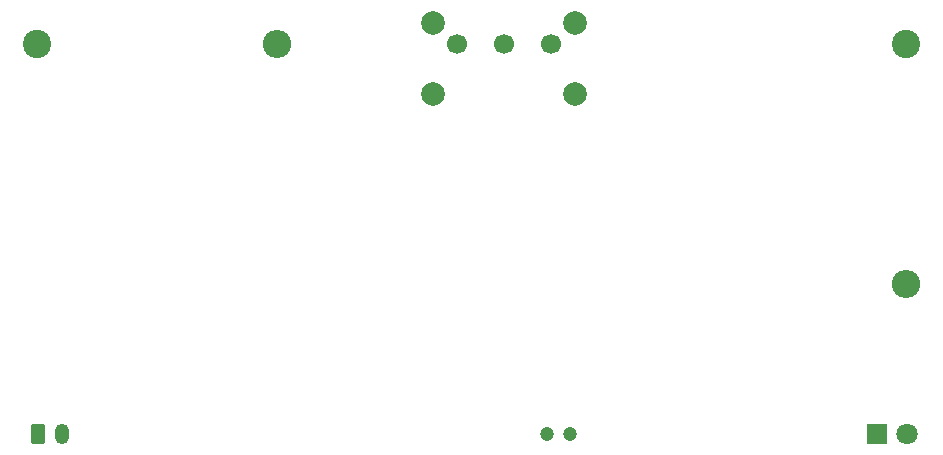
<source format=gbr>
%TF.GenerationSoftware,KiCad,Pcbnew,(6.0.10)*%
%TF.CreationDate,2023-02-17T09:23:00-08:00*%
%TF.ProjectId,PCB layout,50434220-6c61-4796-9f75-742e6b696361,rev?*%
%TF.SameCoordinates,Original*%
%TF.FileFunction,Soldermask,Top*%
%TF.FilePolarity,Negative*%
%FSLAX46Y46*%
G04 Gerber Fmt 4.6, Leading zero omitted, Abs format (unit mm)*
G04 Created by KiCad (PCBNEW (6.0.10)) date 2023-02-17 09:23:00*
%MOMM*%
%LPD*%
G01*
G04 APERTURE LIST*
G04 Aperture macros list*
%AMRoundRect*
0 Rectangle with rounded corners*
0 $1 Rounding radius*
0 $2 $3 $4 $5 $6 $7 $8 $9 X,Y pos of 4 corners*
0 Add a 4 corners polygon primitive as box body*
4,1,4,$2,$3,$4,$5,$6,$7,$8,$9,$2,$3,0*
0 Add four circle primitives for the rounded corners*
1,1,$1+$1,$2,$3*
1,1,$1+$1,$4,$5*
1,1,$1+$1,$6,$7*
1,1,$1+$1,$8,$9*
0 Add four rect primitives between the rounded corners*
20,1,$1+$1,$2,$3,$4,$5,0*
20,1,$1+$1,$4,$5,$6,$7,0*
20,1,$1+$1,$6,$7,$8,$9,0*
20,1,$1+$1,$8,$9,$2,$3,0*%
G04 Aperture macros list end*
%ADD10RoundRect,0.250000X-0.350000X-0.625000X0.350000X-0.625000X0.350000X0.625000X-0.350000X0.625000X0*%
%ADD11O,1.200000X1.750000*%
%ADD12C,2.000000*%
%ADD13C,1.700000*%
%ADD14R,1.800000X1.800000*%
%ADD15C,1.800000*%
%ADD16C,2.400000*%
%ADD17O,2.400000X2.400000*%
%ADD18C,1.200000*%
G04 APERTURE END LIST*
D10*
%TO.C,J1*%
X89025000Y-81280000D03*
D11*
X91025000Y-81280000D03*
%TD*%
D12*
%TO.C,SW1*%
X122460000Y-52510000D03*
X122460000Y-46510000D03*
X134460000Y-52510000D03*
X134460000Y-46510000D03*
D13*
X124460000Y-48260000D03*
X128460000Y-48260000D03*
X132460000Y-48260000D03*
%TD*%
D14*
%TO.C,D1*%
X160020000Y-81280000D03*
D15*
X162560000Y-81280000D03*
%TD*%
D16*
%TO.C,R2*%
X162520000Y-48260000D03*
D17*
X162520000Y-68580000D03*
%TD*%
D16*
%TO.C,R1*%
X88900000Y-48260000D03*
D17*
X109220000Y-48260000D03*
%TD*%
D18*
%TO.C,C1*%
X132080000Y-81280000D03*
X134080000Y-81280000D03*
%TD*%
M02*

</source>
